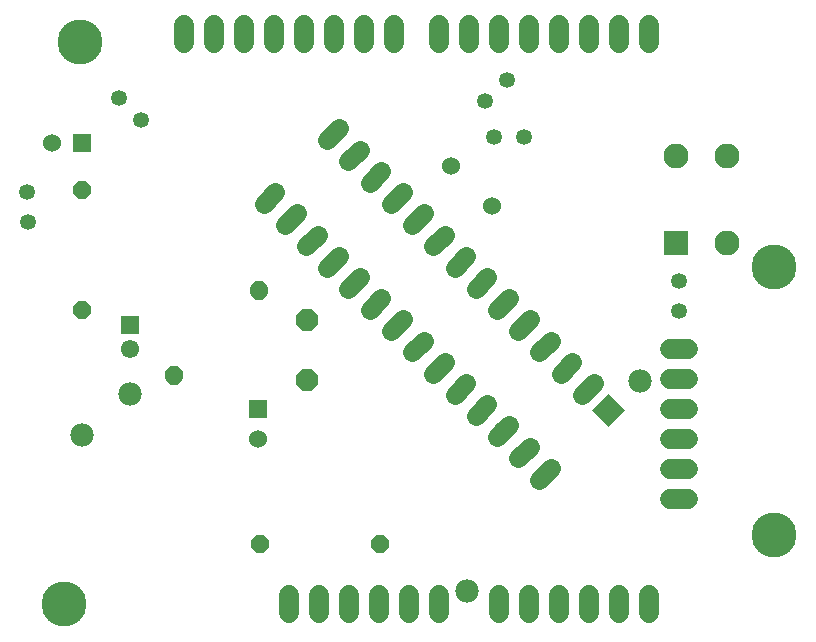
<source format=gts>
G75*
%MOIN*%
%OFA0B0*%
%FSLAX25Y25*%
%IPPOS*%
%LPD*%
%AMOC8*
5,1,8,0,0,1.08239X$1,22.5*
%
%ADD10C,0.14973*%
%ADD11C,0.05300*%
%ADD12R,0.06115X0.06115*%
%ADD13C,0.06115*%
%ADD14R,0.06000X0.06000*%
%ADD15C,0.06000*%
%ADD16C,0.06800*%
%ADD17OC8,0.06000*%
%ADD18C,0.01200*%
%ADD19R,0.07800X0.07800*%
%ADD20C,0.06343*%
%ADD21C,0.06343*%
%ADD22R,0.08300X0.08300*%
%ADD23C,0.08300*%
%ADD24OC8,0.07100*%
%ADD25C,0.07800*%
D10*
X0037214Y0030398D03*
X0042398Y0217869D03*
X0273684Y0142908D03*
X0273955Y0053435D03*
D11*
X0242213Y0128027D03*
X0242213Y0138027D03*
X0190565Y0186127D03*
X0180565Y0186127D03*
X0177665Y0198002D03*
X0184736Y0205073D03*
X0062722Y0191924D03*
X0055651Y0198995D03*
X0024977Y0167729D03*
X0025082Y0157730D03*
D12*
X0059197Y0123478D03*
D13*
X0059197Y0115604D03*
D14*
X0101724Y0095586D03*
X0043104Y0184286D03*
D15*
X0033104Y0184286D03*
X0101724Y0085586D03*
X0179691Y0162990D03*
X0166256Y0176425D03*
D16*
X0162238Y0217459D02*
X0162238Y0223459D01*
X0172238Y0223459D02*
X0172238Y0217459D01*
X0182238Y0217459D02*
X0182238Y0223459D01*
X0192238Y0223459D02*
X0192238Y0217459D01*
X0202238Y0217459D02*
X0202238Y0223459D01*
X0212238Y0223459D02*
X0212238Y0217459D01*
X0222238Y0217459D02*
X0222238Y0223459D01*
X0232238Y0223459D02*
X0232238Y0217459D01*
X0147238Y0217459D02*
X0147238Y0223459D01*
X0137238Y0223459D02*
X0137238Y0217459D01*
X0127238Y0217459D02*
X0127238Y0223459D01*
X0117238Y0223459D02*
X0117238Y0217459D01*
X0107238Y0217459D02*
X0107238Y0223459D01*
X0097238Y0223459D02*
X0097238Y0217459D01*
X0087238Y0217459D02*
X0087238Y0223459D01*
X0077238Y0223459D02*
X0077238Y0217459D01*
X0239238Y0115459D02*
X0245238Y0115459D01*
X0245238Y0105459D02*
X0239238Y0105459D01*
X0239238Y0095459D02*
X0245238Y0095459D01*
X0245238Y0085459D02*
X0239238Y0085459D01*
X0239238Y0075459D02*
X0245238Y0075459D01*
X0245238Y0065459D02*
X0239238Y0065459D01*
X0232238Y0033459D02*
X0232238Y0027459D01*
X0222238Y0027459D02*
X0222238Y0033459D01*
X0212238Y0033459D02*
X0212238Y0027459D01*
X0202238Y0027459D02*
X0202238Y0033459D01*
X0192238Y0033459D02*
X0192238Y0027459D01*
X0182238Y0027459D02*
X0182238Y0033459D01*
X0162238Y0033459D02*
X0162238Y0027459D01*
X0152238Y0027459D02*
X0152238Y0033459D01*
X0142238Y0033459D02*
X0142238Y0027459D01*
X0132238Y0027459D02*
X0132238Y0033459D01*
X0122238Y0033459D02*
X0122238Y0027459D01*
X0112238Y0027459D02*
X0112238Y0033459D01*
D17*
X0102395Y0050605D03*
X0142395Y0050605D03*
X0043106Y0128585D03*
X0043106Y0168585D03*
D18*
X0103910Y0135374D02*
X0104510Y0135974D01*
X0104510Y0133986D01*
X0103105Y0132581D01*
X0101117Y0132581D01*
X0099712Y0133986D01*
X0099712Y0135974D01*
X0101117Y0137379D01*
X0103105Y0137379D01*
X0104510Y0135974D01*
X0103610Y0135601D01*
X0103610Y0134359D01*
X0102732Y0133481D01*
X0101490Y0133481D01*
X0100612Y0134359D01*
X0100612Y0135601D01*
X0101490Y0136479D01*
X0102732Y0136479D01*
X0103610Y0135601D01*
X0102710Y0135228D01*
X0102710Y0134732D01*
X0102359Y0134381D01*
X0101863Y0134381D01*
X0101512Y0134732D01*
X0101512Y0135228D01*
X0101863Y0135579D01*
X0102359Y0135579D01*
X0102710Y0135228D01*
X0075626Y0107090D02*
X0076226Y0107690D01*
X0076226Y0105702D01*
X0074821Y0104297D01*
X0072833Y0104297D01*
X0071428Y0105702D01*
X0071428Y0107690D01*
X0072833Y0109095D01*
X0074821Y0109095D01*
X0076226Y0107690D01*
X0075326Y0107317D01*
X0075326Y0106075D01*
X0074448Y0105197D01*
X0073206Y0105197D01*
X0072328Y0106075D01*
X0072328Y0107317D01*
X0073206Y0108195D01*
X0074448Y0108195D01*
X0075326Y0107317D01*
X0074426Y0106944D01*
X0074426Y0106448D01*
X0074075Y0106097D01*
X0073579Y0106097D01*
X0073228Y0106448D01*
X0073228Y0106944D01*
X0073579Y0107295D01*
X0074075Y0107295D01*
X0074426Y0106944D01*
D19*
G36*
X0218806Y0100619D02*
X0224321Y0095104D01*
X0218806Y0089589D01*
X0213291Y0095104D01*
X0218806Y0100619D01*
G37*
D20*
X0213695Y0104135D02*
X0209775Y0100215D01*
X0202704Y0107286D02*
X0206624Y0111206D01*
X0199553Y0118277D02*
X0195633Y0114357D01*
X0188562Y0121428D02*
X0192482Y0125348D01*
X0185411Y0132419D02*
X0181491Y0128499D01*
X0174420Y0135570D02*
X0178340Y0139490D01*
X0171269Y0146561D02*
X0167349Y0142641D01*
X0160278Y0149713D02*
X0164198Y0153632D01*
X0157127Y0160703D02*
X0153207Y0156784D01*
X0146136Y0163855D02*
X0150056Y0167774D01*
X0142985Y0174845D02*
X0139065Y0170926D01*
X0131994Y0177997D02*
X0135913Y0181917D01*
X0128842Y0188988D02*
X0124923Y0185068D01*
X0107629Y0167774D02*
X0103709Y0163855D01*
X0110781Y0156784D02*
X0114700Y0160703D01*
X0121771Y0153632D02*
X0117852Y0149713D01*
X0124923Y0142641D02*
X0128842Y0146561D01*
X0135913Y0139490D02*
X0131994Y0135570D01*
X0139065Y0128499D02*
X0142985Y0132419D01*
X0150056Y0125348D02*
X0146136Y0121428D01*
X0153207Y0114357D02*
X0157127Y0118277D01*
X0164198Y0111206D02*
X0160278Y0107286D01*
X0167349Y0100215D02*
X0171269Y0104135D01*
X0178340Y0097064D02*
X0174420Y0093144D01*
X0181491Y0086073D02*
X0185411Y0089993D01*
X0192482Y0082922D02*
X0188562Y0079002D01*
X0195633Y0071931D02*
X0199553Y0075850D01*
D21*
X0183451Y0088033D03*
D22*
X0241193Y0150697D03*
D23*
X0258193Y0150697D03*
X0258193Y0179697D03*
X0241193Y0179697D03*
D24*
X0118090Y0125089D03*
X0118090Y0105089D03*
D25*
X0059197Y0100314D03*
X0043019Y0086890D03*
X0171519Y0034726D03*
X0229094Y0104954D03*
M02*

</source>
